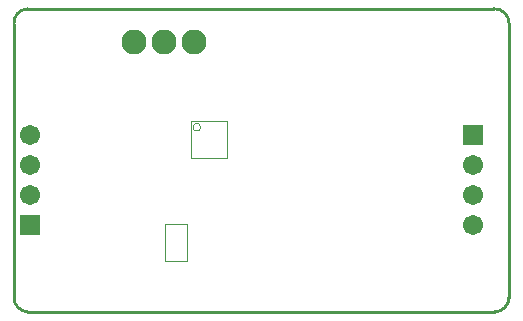
<source format=gbs>
G04*
G04 #@! TF.GenerationSoftware,Altium Limited,Altium Designer,20.0.13 (296)*
G04*
G04 Layer_Color=16711935*
%FSLAX24Y24*%
%MOIN*%
G70*
G01*
G75*
%ADD10C,0.0100*%
%ADD14C,0.0039*%
%ADD21C,0.0828*%
%ADD22C,0.0671*%
%ADD23R,0.0671X0.0671*%
D10*
X16020Y-1D02*
G03*
X16500Y500I5J476D01*
G01*
Y9620D02*
G03*
X15999Y10100I-476J5D01*
G01*
X450Y10100D02*
G03*
X0Y9600I25J-475D01*
G01*
Y470D02*
G03*
X452Y-3I476J3D01*
G01*
X13100Y10100D02*
X15999D01*
X16500Y8250D02*
Y9620D01*
Y475D02*
Y6400D01*
X450Y0D02*
X16025D01*
X0Y450D02*
Y9600D01*
X450Y10100D02*
X10700Y10100D01*
X16500Y6400D02*
Y8250D01*
X10700Y10100D02*
X13100D01*
D14*
X6224Y6154D02*
G03*
X6224Y6154I-128J0D01*
G01*
X5046Y1690D02*
Y2910D01*
X5754Y1690D02*
Y2910D01*
X5046D02*
X5754D01*
X5046Y1690D02*
X5754D01*
X5890Y5140D02*
Y6360D01*
X7110Y5140D02*
Y6360D01*
X5890D02*
X7110D01*
X5890Y5140D02*
X7110D01*
D21*
X3992Y9000D02*
D03*
X6000D02*
D03*
X5000D02*
D03*
D22*
X15300Y2900D02*
D03*
Y3900D02*
D03*
Y4900D02*
D03*
X550Y5900D02*
D03*
Y4900D02*
D03*
Y3900D02*
D03*
D23*
X15300Y5900D02*
D03*
X550Y2900D02*
D03*
M02*

</source>
